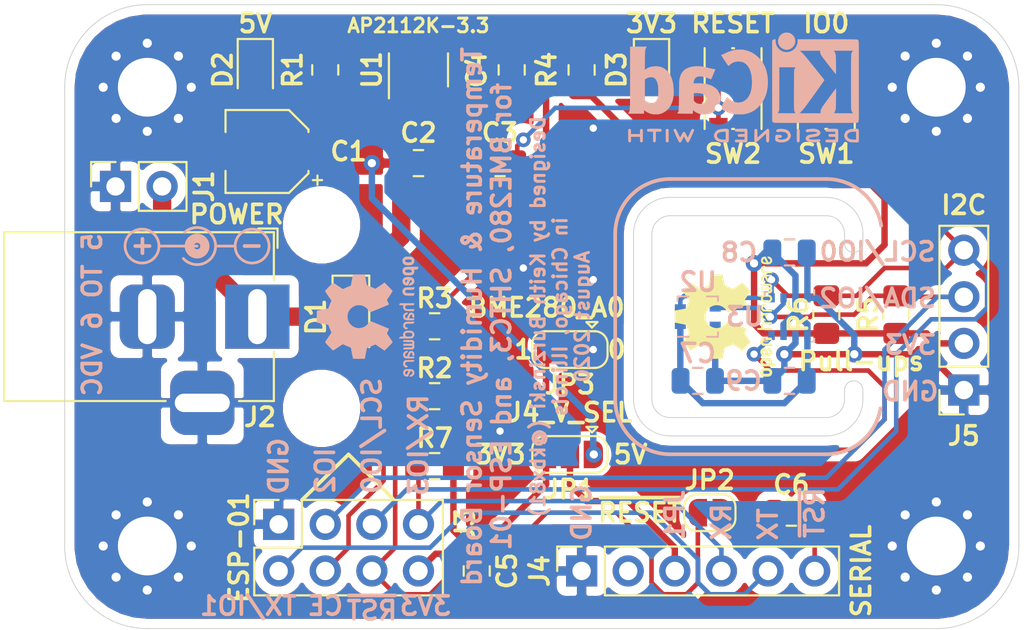
<source format=kicad_pcb>
(kicad_pcb (version 20171130) (host pcbnew "(5.1.6-0-10_14)")
  (layers (0 F.Cu signal) (31 B.Cu signal) (34 B.Paste user) (35 F.Paste user) (36 B.SilkS user) (37 F.SilkS user) (38 B.Mask user) (39 F.Mask user) (44 Edge.Cuts user))
  (net 0 "")
  (net 1 GND)
  (net 2 +5V)
  (net 3 +3V3)
  (net 4 /~ESP_RESET)
  (net 5 "Net-(D1-Pad2)")
  (net 6 "Net-(D2-Pad2)")
  (net 7 "Net-(D3-Pad2)")
  (net 8 /ESP_GPIO3_RX)
  (net 9 /ESP_GPIO0_SCL)
  (net 10 /ESP_CH_EN)
  (net 11 /ESP_GPIO2_SDA)
  (net 12 /ESP_GPIO1_TX)
  (net 13 "Net-(JP3-Pad2)")
  (net 14 "Net-(J4-Pad3)")
  (net 15 "Net-(C6-Pad2)")
  (net 16 "Net-(C6-Pad1)")
  (module Resistor_SMD:R_0805_2012Metric_Pad1.15x1.40mm_HandSolder (layer F.Cu) (at 145.66 80.645)
    (fp_text reference R7 (at 0 -1.524) (layer F.SilkS) (effects (font (thickness 0.2))))
    (fp_text value 10K)
    (pad 2 smd roundrect (at 1.025 0) (size 1.15 1.4) (layers F.Cu F.Paste F.Mask) (roundrect_rratio 0.217391) (net 3 +3V3))
    (pad 1 smd roundrect (at -1.025 0) (size 1.15 1.4) (layers F.Cu F.Paste F.Mask) (roundrect_rratio 0.217391) (net 8 /ESP_GPIO3_RX))
  )
  (module Symbol:KiCad-Logo2_5mm_SilkScreen (layer B.Cu) (at 162.5 60 180)
    (fp_text reference REF** hide)
    (fp_text value KiCad-Logo2_5mm_SilkScreen hide)
  )
  (module Capacitor_SMD:CP_Elec_4x5.8 (layer F.Cu) (at 136.525 63.5 180)
    (fp_text reference C1 (at -4.445 0) (layer F.SilkS) (effects (font (thickness 0.2))))
    (fp_text value "10 uF")
    (pad 2 smd roundrect (at 1.8 0 180) (size 2.6 1.6) (layers F.Cu F.Paste F.Mask) (roundrect_rratio 0.15625) (net 1 GND))
    (pad 1 smd roundrect (at -1.8 0 180) (size 2.6 1.6) (layers F.Cu F.Paste F.Mask) (roundrect_rratio 0.15625) (net 2 +5V))
  )
  (module Capacitor_SMD:C_0805_2012Metric (layer F.Cu) (at 147.955 86.36 270)
    (fp_text reference C5 (at 0 -1.65 90) (layer F.SilkS) (effects (font (thickness 0.2))))
    (fp_text value "10 uF")
    (pad 2 smd roundrect (at 0.9375 0 270) (size 0.975 1.4) (layers F.Cu F.Paste F.Mask) (net 1 GND))
    (pad 1 smd roundrect (at -0.9375 0 270) (size 0.975 1.4) (layers F.Cu F.Paste F.Mask) (net 3 +3V3))
  )
  (module Symbol:OSHW-Logo2_7.3x6mm_SilkScreen (layer B.Cu) (at 142 72.5 270)
    (fp_text reference REF** hide)
    (fp_text value OSHW-Logo2_7.3x6mm_SilkScreen hide)
  )
  (module Symbol:OSHW-Logo2_7.3x6mm_SilkScreen (layer F.Cu) (at 161.5 72.5 90)
    (fp_text reference REF** hide)
    (fp_text value OSHW-Logo2_7.3x6mm_SilkScreen hide)
  )
  (module Symbol:Symbol_Barrel_Polarity (layer B.Cu) (at 132.715 68.58 180)
    (fp_text reference REF** hide)
    (fp_text value Symbol_Barrel_Polarity)
  )
  (module MountingHole:MountingHole_3.2mm_M3 (layer B.Cu) (at 139.5 77.5)
    (fp_text reference H6)
    (fp_text value MountingHole)
    (pad 1 np_thru_hole circle (at 0 0) (size 3.2 3.2) (drill 3.2) (layers *.Cu *.Mask))
  )
  (module MountingHole:MountingHole_3.2mm_M3 (layer B.Cu) (at 139.5 67.5)
    (fp_text reference H5)
    (fp_text value MountingHole)
    (pad 1 np_thru_hole circle (at 0 0) (size 3.2 3.2) (drill 3.2) (layers *.Cu *.Mask))
  )
  (module Button_Switch_SMD:SW_Push_1P1T_NO_CK_KMR2 (layer F.Cu) (at 167.005 60.071 270)
    (fp_text reference SW1 (at 3.556 0 180) (layer F.SilkS) (effects (font (thickness 0.2))))
    (fp_text value IO0 (at -3.556 0 180) (layer F.SilkS) (effects (font (thickness 0.2))))
    (pad 2 smd rect (at 2.05 0.8 270) (size 0.9 1) (layers F.Cu F.Paste F.Mask) (net 1 GND))
    (pad 1 smd rect (at 2.05 -0.8 270) (size 0.9 1) (layers F.Cu F.Paste F.Mask) (net 9 /ESP_GPIO0_SCL))
    (pad 2 smd rect (at -2.05 0.8 270) (size 0.9 1) (layers F.Cu F.Paste F.Mask) (net 1 GND))
    (pad 1 smd rect (at -2.05 -0.8 270) (size 0.9 1) (layers F.Cu F.Paste F.Mask) (net 9 /ESP_GPIO0_SCL))
  )
  (module Connector_PinSocket_2.54mm:PinSocket_1x02_P2.54mm_Vertical (layer F.Cu) (at 128.27 65.405 90)
    (fp_text reference J1 (at 0 4.826 270) (layer F.SilkS) (effects (font (thickness 0.2))))
    (fp_text value POWER (at -1.524 6.604) (layer F.SilkS) (effects (font (thickness 0.2))))
    (pad 2 thru_hole oval (at 0 2.54 90) (size 1.7 1.7) (drill 1) (layers *.Cu *.Mask) (net 5 "Net-(D1-Pad2)"))
    (pad 1 thru_hole rect (at 0 0 90) (size 1.7 1.7) (drill 1) (layers *.Cu *.Mask) (net 1 GND))
  )
  (module MountingHole:MountingHole_3.2mm_M3_Pad_Via (layer F.Cu) (at 173 85)
    (fp_text reference H4)
    (fp_text value MountingHole_Pad)
    (pad 1 thru_hole circle (at 1.697056 -1.697056) (size 0.8 0.8) (drill 0.5) (layers *.Cu *.Mask) (net 1 GND))
    (pad 1 thru_hole circle (at 0 -2.4) (size 0.8 0.8) (drill 0.5) (layers *.Cu *.Mask) (net 1 GND))
    (pad 1 thru_hole circle (at -1.697056 -1.697056) (size 0.8 0.8) (drill 0.5) (layers *.Cu *.Mask) (net 1 GND))
    (pad 1 thru_hole circle (at -2.4 0) (size 0.8 0.8) (drill 0.5) (layers *.Cu *.Mask) (net 1 GND))
    (pad 1 thru_hole circle (at -1.697056 1.697056) (size 0.8 0.8) (drill 0.5) (layers *.Cu *.Mask) (net 1 GND))
    (pad 1 thru_hole circle (at 0 2.4) (size 0.8 0.8) (drill 0.5) (layers *.Cu *.Mask) (net 1 GND))
    (pad 1 thru_hole circle (at 1.697056 1.697056) (size 0.8 0.8) (drill 0.5) (layers *.Cu *.Mask) (net 1 GND))
    (pad 1 thru_hole circle (at 2.4 0) (size 0.8 0.8) (drill 0.5) (layers *.Cu *.Mask) (net 1 GND))
    (pad 1 thru_hole circle (at 0 0) (size 6.4 6.4) (drill 3.2) (layers *.Cu *.Mask) (net 1 GND))
  )
  (module MountingHole:MountingHole_3.2mm_M3_Pad_Via (layer F.Cu) (at 130 85)
    (fp_text reference H3)
    (fp_text value MountingHole_Pad)
    (pad 1 thru_hole circle (at 1.697056 -1.697056) (size 0.8 0.8) (drill 0.5) (layers *.Cu *.Mask) (net 1 GND))
    (pad 1 thru_hole circle (at 0 -2.4) (size 0.8 0.8) (drill 0.5) (layers *.Cu *.Mask) (net 1 GND))
    (pad 1 thru_hole circle (at -1.697056 -1.697056) (size 0.8 0.8) (drill 0.5) (layers *.Cu *.Mask) (net 1 GND))
    (pad 1 thru_hole circle (at -2.4 0) (size 0.8 0.8) (drill 0.5) (layers *.Cu *.Mask) (net 1 GND))
    (pad 1 thru_hole circle (at -1.697056 1.697056) (size 0.8 0.8) (drill 0.5) (layers *.Cu *.Mask) (net 1 GND))
    (pad 1 thru_hole circle (at 0 2.4) (size 0.8 0.8) (drill 0.5) (layers *.Cu *.Mask) (net 1 GND))
    (pad 1 thru_hole circle (at 1.697056 1.697056) (size 0.8 0.8) (drill 0.5) (layers *.Cu *.Mask) (net 1 GND))
    (pad 1 thru_hole circle (at 2.4 0) (size 0.8 0.8) (drill 0.5) (layers *.Cu *.Mask) (net 1 GND))
    (pad 1 thru_hole circle (at 0 0) (size 6.4 6.4) (drill 3.2) (layers *.Cu *.Mask) (net 1 GND))
  )
  (module MountingHole:MountingHole_3.2mm_M3_Pad_Via (layer F.Cu) (at 173 60)
    (fp_text reference H2)
    (fp_text value MountingHole_Pad)
    (pad 1 thru_hole circle (at 1.697056 -1.697056) (size 0.8 0.8) (drill 0.5) (layers *.Cu *.Mask) (net 1 GND))
    (pad 1 thru_hole circle (at 0 -2.4) (size 0.8 0.8) (drill 0.5) (layers *.Cu *.Mask) (net 1 GND))
    (pad 1 thru_hole circle (at -1.697056 -1.697056) (size 0.8 0.8) (drill 0.5) (layers *.Cu *.Mask) (net 1 GND))
    (pad 1 thru_hole circle (at -2.4 0) (size 0.8 0.8) (drill 0.5) (layers *.Cu *.Mask) (net 1 GND))
    (pad 1 thru_hole circle (at -1.697056 1.697056) (size 0.8 0.8) (drill 0.5) (layers *.Cu *.Mask) (net 1 GND))
    (pad 1 thru_hole circle (at 0 2.4) (size 0.8 0.8) (drill 0.5) (layers *.Cu *.Mask) (net 1 GND))
    (pad 1 thru_hole circle (at 1.697056 1.697056) (size 0.8 0.8) (drill 0.5) (layers *.Cu *.Mask) (net 1 GND))
    (pad 1 thru_hole circle (at 2.4 0) (size 0.8 0.8) (drill 0.5) (layers *.Cu *.Mask) (net 1 GND))
    (pad 1 thru_hole circle (at 0 0) (size 6.4 6.4) (drill 3.2) (layers *.Cu *.Mask) (net 1 GND))
  )
  (module MountingHole:MountingHole_3.2mm_M3_Pad_Via (layer F.Cu) (at 130 60)
    (fp_text reference H1)
    (fp_text value MountingHole_Pad)
    (pad 1 thru_hole circle (at 1.697056 -1.697056) (size 0.8 0.8) (drill 0.5) (layers *.Cu *.Mask) (net 1 GND))
    (pad 1 thru_hole circle (at 0 -2.4) (size 0.8 0.8) (drill 0.5) (layers *.Cu *.Mask) (net 1 GND))
    (pad 1 thru_hole circle (at -1.697056 -1.697056) (size 0.8 0.8) (drill 0.5) (layers *.Cu *.Mask) (net 1 GND))
    (pad 1 thru_hole circle (at -2.4 0) (size 0.8 0.8) (drill 0.5) (layers *.Cu *.Mask) (net 1 GND))
    (pad 1 thru_hole circle (at -1.697056 1.697056) (size 0.8 0.8) (drill 0.5) (layers *.Cu *.Mask) (net 1 GND))
    (pad 1 thru_hole circle (at 0 2.4) (size 0.8 0.8) (drill 0.5) (layers *.Cu *.Mask) (net 1 GND))
    (pad 1 thru_hole circle (at 1.697056 1.697056) (size 0.8 0.8) (drill 0.5) (layers *.Cu *.Mask) (net 1 GND))
    (pad 1 thru_hole circle (at 2.4 0) (size 0.8 0.8) (drill 0.5) (layers *.Cu *.Mask) (net 1 GND))
    (pad 1 thru_hole circle (at 0 0) (size 6.4 6.4) (drill 3.2) (layers *.Cu *.Mask) (net 1 GND))
  )
  (module Package_DFN_QFN:AMS_QFN-4-1EP_2x2mm_P0.95mm_EP0.7x1.6mm (layer B.Cu) (at 160 72.5)
    (fp_text reference U2 (at 0.02 -1.888 180) (layer B.SilkS) (effects (font (thickness 0.2)) (justify mirror)))
    (fp_text value SHTC3)
    (pad 5 smd rect (at 0 0) (size 0.7 1.6) (layers B.Cu B.Mask))
    (pad 4 smd rect (at 0.95 0.475) (size 0.6 0.4) (layers B.Cu B.Paste B.Mask) (net 1 GND))
    (pad 2 smd rect (at -0.95 -0.475) (size 0.6 0.4) (layers B.Cu B.Paste B.Mask) (net 9 /ESP_GPIO0_SCL))
    (pad 1 smd rect (at -0.95 0.475) (size 0.6 0.4) (layers B.Cu B.Paste B.Mask) (net 3 +3V3))
    (pad 3 smd rect (at 0.95 -0.475) (size 0.6 0.4) (layers B.Cu B.Paste B.Mask) (net 11 /ESP_GPIO2_SDA))
  )
  (module Capacitor_SMD:C_0805_2012Metric (layer B.Cu) (at 160 76)
    (fp_text reference C7 (at 0 -1.5) (layer B.SilkS) (effects (font (thickness 0.2)) (justify mirror)))
    (fp_text value "100 nF")
    (pad 1 smd roundrect (at -0.9375 0) (size 0.975 1.4) (layers B.Cu B.Paste B.Mask) (net 3 +3V3))
    (pad 2 smd roundrect (at 0.9375 0) (size 0.975 1.4) (layers B.Cu B.Paste B.Mask) (net 1 GND))
  )
  (module LED_SMD:LED_0805_2012Metric (layer F.Cu) (at 157.48 59.055 270)
    (fp_text reference D3 (at 0 1.905 90) (layer F.SilkS) (effects (font (thickness 0.2))))
    (fp_text value 3V3 (at -2.54 0 180) (layer F.SilkS) (effects (font (thickness 0.2))))
    (pad 2 smd roundrect (at 0.9375 0 270) (size 0.975 1.4) (layers F.Cu F.Paste F.Mask) (net 7 "Net-(D3-Pad2)"))
    (pad 1 smd roundrect (at -0.9375 0 270) (size 0.975 1.4) (layers F.Cu F.Paste F.Mask) (net 1 GND))
  )
  (module LED_SMD:LED_0805_2012Metric (layer F.Cu) (at 135.89 59.055 270)
    (fp_text reference D2 (at 0 1.778 90) (layer F.SilkS) (effects (font (thickness 0.2))))
    (fp_text value 5V (at -2.54 0 180) (layer F.SilkS) (effects (font (thickness 0.2))))
    (pad 2 smd roundrect (at 0.9375 0 270) (size 0.975 1.4) (layers F.Cu F.Paste F.Mask) (net 6 "Net-(D2-Pad2)"))
    (pad 1 smd roundrect (at -0.9375 0 270) (size 0.975 1.4) (layers F.Cu F.Paste F.Mask) (net 1 GND))
  )
  (module Package_LGA:Bosch_LGA-8_2.5x2.5mm_P0.65mm_ClockwisePinNumbering (layer B.Cu) (at 165 72.5 180)
    (fp_text reference U3 (at 2.44 0.0018 180) (layer B.SilkS) (effects (font (thickness 0.2)) (justify mirror)))
    (fp_text value BME280)
    (pad 4 smd rect (at 0.975 1.025 90) (size 0.5 0.35) (layers B.Cu B.Paste B.Mask) (net 9 /ESP_GPIO0_SCL))
    (pad 3 smd rect (at 0.325 1.025 90) (size 0.5 0.35) (layers B.Cu B.Paste B.Mask) (net 11 /ESP_GPIO2_SDA))
    (pad 2 smd rect (at -0.325 1.025 90) (size 0.5 0.35) (layers B.Cu B.Paste B.Mask) (net 3 +3V3))
    (pad 1 smd rect (at -0.975 1.025 90) (size 0.5 0.35) (layers B.Cu B.Paste B.Mask) (net 1 GND))
    (pad 8 smd rect (at -0.975 -1.025 90) (size 0.5 0.35) (layers B.Cu B.Paste B.Mask) (net 3 +3V3))
    (pad 7 smd rect (at -0.325 -1.025 90) (size 0.5 0.35) (layers B.Cu B.Paste B.Mask) (net 1 GND))
    (pad 6 smd rect (at 0.325 -1.025 90) (size 0.5 0.35) (layers B.Cu B.Paste B.Mask) (net 3 +3V3))
    (pad 5 smd rect (at 0.975 -1.025 90) (size 0.5 0.35) (layers B.Cu B.Paste B.Mask) (net 13 "Net-(JP3-Pad2)"))
  )
  (module Package_TO_SOT_SMD:SOT-23-5 (layer F.Cu) (at 144.78 59.055 90)
    (fp_text reference U1 (at 0 -2.54 90) (layer F.SilkS) (effects (font (thickness 0.2))))
    (fp_text value AP2112K-3.3 (at 2.413 0 180) (layer F.SilkS) (effects (font (size 0.75 0.75) (thickness 0.16))))
    (pad 5 smd rect (at 1.1 -0.95 90) (size 1.06 0.65) (layers F.Cu F.Paste F.Mask) (net 3 +3V3))
    (pad 4 smd rect (at 1.1 0.95 90) (size 1.06 0.65) (layers F.Cu F.Paste F.Mask))
    (pad 3 smd rect (at -1.1 0.95 90) (size 1.06 0.65) (layers F.Cu F.Paste F.Mask) (net 2 +5V))
    (pad 2 smd rect (at -1.1 0 90) (size 1.06 0.65) (layers F.Cu F.Paste F.Mask) (net 1 GND))
    (pad 1 smd rect (at -1.1 -0.95 90) (size 1.06 0.65) (layers F.Cu F.Paste F.Mask) (net 2 +5V))
  )
  (module Button_Switch_SMD:SW_Push_1P1T_NO_CK_KMR2 (layer F.Cu) (at 161.925 60.071 90)
    (fp_text reference SW2 (at -3.556 0 180) (layer F.SilkS) (effects (font (thickness 0.2))))
    (fp_text value RESET (at 3.556 0) (layer F.SilkS) (effects (font (thickness 0.2))))
    (pad 2 smd rect (at 2.05 0.8 90) (size 0.9 1) (layers F.Cu F.Paste F.Mask) (net 1 GND))
    (pad 1 smd rect (at 2.05 -0.8 90) (size 0.9 1) (layers F.Cu F.Paste F.Mask) (net 4 /~ESP_RESET))
    (pad 2 smd rect (at -2.05 0.8 90) (size 0.9 1) (layers F.Cu F.Paste F.Mask) (net 1 GND))
    (pad 1 smd rect (at -2.05 -0.8 90) (size 0.9 1) (layers F.Cu F.Paste F.Mask) (net 4 /~ESP_RESET))
  )
  (module Resistor_SMD:R_0805_2012Metric_Pad1.15x1.40mm_HandSolder (layer F.Cu) (at 167.005 72.39 90)
    (fp_text reference R6 (at 0 -1.524 90) (layer F.SilkS) (effects (font (thickness 0.2))))
    (fp_text value 3K3)
    (pad 2 smd roundrect (at 1.025 0 90) (size 1.15 1.4) (layers F.Cu F.Paste F.Mask) (roundrect_rratio 0.217391) (net 9 /ESP_GPIO0_SCL))
    (pad 1 smd roundrect (at -1.025 0 90) (size 1.15 1.4) (layers F.Cu F.Paste F.Mask) (roundrect_rratio 0.217391) (net 3 +3V3))
  )
  (module Resistor_SMD:R_0805_2012Metric_Pad1.15x1.40mm_HandSolder (layer F.Cu) (at 170.815 72.39 90)
    (fp_text reference R5 (at 0 -1.524 90) (layer F.SilkS) (effects (font (thickness 0.2))))
    (fp_text value 3K3)
    (pad 2 smd roundrect (at 1.025 0 90) (size 1.15 1.4) (layers F.Cu F.Paste F.Mask) (roundrect_rratio 0.217391) (net 11 /ESP_GPIO2_SDA))
    (pad 1 smd roundrect (at -1.025 0 90) (size 1.15 1.4) (layers F.Cu F.Paste F.Mask) (roundrect_rratio 0.217391) (net 3 +3V3))
  )
  (module Resistor_SMD:R_0805_2012Metric_Pad1.15x1.40mm_HandSolder (layer F.Cu) (at 145.66 73.025)
    (fp_text reference R3 (at 0 -1.524) (layer F.SilkS) (effects (font (thickness 0.2))))
    (fp_text value 10K)
    (pad 1 smd roundrect (at -1.025 0) (size 1.15 1.4) (layers F.Cu F.Paste F.Mask) (roundrect_rratio 0.217391) (net 10 /ESP_CH_EN))
    (pad 2 smd roundrect (at 1.025 0) (size 1.15 1.4) (layers F.Cu F.Paste F.Mask) (roundrect_rratio 0.217391) (net 3 +3V3))
  )
  (module Resistor_SMD:R_0805_2012Metric_Pad1.15x1.40mm_HandSolder (layer F.Cu) (at 145.66 76.835)
    (fp_text reference R2 (at 0 -1.524) (layer F.SilkS) (effects (font (thickness 0.2))))
    (fp_text value 10K)
    (pad 2 smd roundrect (at 1.025 0) (size 1.15 1.4) (layers F.Cu F.Paste F.Mask) (roundrect_rratio 0.217391) (net 3 +3V3))
    (pad 1 smd roundrect (at -1.025 0) (size 1.15 1.4) (layers F.Cu F.Paste F.Mask) (roundrect_rratio 0.217391) (net 4 /~ESP_RESET))
  )
  (module Resistor_SMD:R_0805_2012Metric_Pad1.15x1.40mm_HandSolder (layer F.Cu) (at 153.67 59.055 90)
    (fp_text reference R4 (at 0 -1.905 90) (layer F.SilkS) (effects (font (thickness 0.2))))
    (fp_text value 1K6)
    (pad 2 smd roundrect (at 1.025 0 90) (size 1.15 1.4) (layers F.Cu F.Paste F.Mask) (roundrect_rratio 0.217391) (net 7 "Net-(D3-Pad2)"))
    (pad 1 smd roundrect (at -1.025 0 90) (size 1.15 1.4) (layers F.Cu F.Paste F.Mask) (roundrect_rratio 0.217391) (net 3 +3V3))
  )
  (module Resistor_SMD:R_0805_2012Metric_Pad1.15x1.40mm_HandSolder (layer F.Cu) (at 139.7 59.055 90)
    (fp_text reference R1 (at 0 -1.778 90) (layer F.SilkS) (effects (font (thickness 0.2))))
    (fp_text value 8K2)
    (pad 2 smd roundrect (at 1.025 0 90) (size 1.15 1.4) (layers F.Cu F.Paste F.Mask) (roundrect_rratio 0.217391) (net 6 "Net-(D2-Pad2)"))
    (pad 1 smd roundrect (at -1.025 0 90) (size 1.15 1.4) (layers F.Cu F.Paste F.Mask) (roundrect_rratio 0.217391) (net 2 +5V))
  )
  (module Jumper:SolderJumper-3_P1.3mm_Bridged12_RoundedPad1.0x1.5mm (layer F.Cu) (at 153.035 74.295 180)
    (fp_text reference JP3 (at 0 -1.905) (layer F.SilkS) (effects (font (thickness 0.2))))
    (fp_text value BME280_A0 (at 1.27 2.286) (layer F.SilkS) (effects (font (thickness 0.2))))
    (fp_poly (pts (xy -0.9 -0.3) (xy -0.4 -0.3) (xy -0.4 0.3) (xy -0.9 0.3)) (layer F.Cu) (width 0))
    (fp_text user 0 (at -2.54 0) (layer F.SilkS) (effects (font (thickness 0.2))))
    (fp_text user 1 (at 2.54 0) (layer F.SilkS) (effects (font (thickness 0.2))))
    (pad 3 smd custom (at 1.3 0 180) (size 1 0.5) (layers F.Cu F.Mask) (net 3 +3V3) (options (clearance outline) (anchor rect)) (primitives (gr_circle (center 0 0.25) (end 0.5 0.25) (width 0)) (gr_circle (center 0 -0.25) (end 0.5 -0.25) (width 0)) (gr_poly (pts (xy -0.55 -0.75) (xy 0 -0.75) (xy 0 0.75) (xy -0.55 0.75)) (width 0))))
    (pad 2 smd rect (at 0 0 180) (size 1 1.5) (layers F.Cu F.Mask) (net 13 "Net-(JP3-Pad2)"))
    (pad 1 smd custom (at -1.3 0 180) (size 1 0.5) (layers F.Cu F.Mask) (net 1 GND) (options (clearance outline) (anchor rect)) (primitives (gr_circle (center 0 0.25) (end 0.5 0.25) (width 0)) (gr_circle (center 0 -0.25) (end 0.5 -0.25) (width 0)) (gr_poly (pts (xy 0.55 -0.75) (xy 0 -0.75) (xy 0 0.75) (xy 0.55 0.75)) (width 0))))
  )
  (module Jumper:SolderJumper-2_P1.3mm_Open_RoundedPad1.0x1.5mm (layer F.Cu) (at 160.655 83.185 180)
    (fp_text reference JP2 (at 0 1.778) (layer F.SilkS) (effects (font (thickness 0.2))))
    (fp_text value ~RESET (at 3.81 0) (layer F.SilkS) (effects (font (thickness 0.2))))
    (pad 1 smd custom (at -0.65 0 180) (size 1 0.5) (layers F.Cu F.Mask) (net 16 "Net-(C6-Pad1)") (options (clearance outline) (anchor rect)) (primitives (gr_circle (center 0 0.25) (end 0.5 0.25) (width 0)) (gr_circle (center 0 -0.25) (end 0.5 -0.25) (width 0)) (gr_poly (pts (xy 0 -0.75) (xy 0.5 -0.75) (xy 0.5 0.75) (xy 0 0.75)) (width 0))))
    (pad 2 smd custom (at 0.65 0 180) (size 1 0.5) (layers F.Cu F.Mask) (net 4 /~ESP_RESET) (options (clearance outline) (anchor rect)) (primitives (gr_circle (center 0 0.25) (end 0.5 0.25) (width 0)) (gr_circle (center 0 -0.25) (end 0.5 -0.25) (width 0)) (gr_poly (pts (xy 0 -0.75) (xy -0.5 -0.75) (xy -0.5 0.75) (xy 0 0.75)) (width 0))))
  )
  (module Jumper:SolderJumper-3_P1.3mm_Open_RoundedPad1.0x1.5mm (layer F.Cu) (at 153.035 80.01 180)
    (fp_text reference JP1 (at 0 -1.905) (layer F.SilkS) (effects (font (thickness 0.2))))
    (fp_text value J4_V_SEL (at 0 2.286) (layer F.SilkS) (effects (font (thickness 0.2))))
    (fp_text user 3V3 (at 3.81 0) (layer F.SilkS) (effects (font (thickness 0.2))))
    (fp_text user 5V (at -3.302 0) (layer F.SilkS) (effects (font (thickness 0.2))))
    (pad 2 smd rect (at 0 0 180) (size 1 1.5) (layers F.Cu F.Mask) (net 14 "Net-(J4-Pad3)"))
    (pad 3 smd custom (at 1.3 0 180) (size 1 0.5) (layers F.Cu F.Mask) (net 3 +3V3) (options (clearance outline) (anchor rect)) (primitives (gr_circle (center 0 0.25) (end 0.5 0.25) (width 0)) (gr_circle (center 0 -0.25) (end 0.5 -0.25) (width 0)) (gr_poly (pts (xy -0.55 -0.75) (xy 0 -0.75) (xy 0 0.75) (xy -0.55 0.75)) (width 0))))
    (pad 1 smd custom (at -1.3 0 180) (size 1 0.5) (layers F.Cu F.Mask) (net 2 +5V) (options (clearance outline) (anchor rect)) (primitives (gr_circle (center 0 0.25) (end 0.5 0.25) (width 0)) (gr_circle (center 0 -0.25) (end 0.5 -0.25) (width 0)) (gr_poly (pts (xy 0.55 -0.75) (xy 0 -0.75) (xy 0 0.75) (xy 0.55 0.75)) (width 0))))
  )
  (module Connector_PinSocket_2.54mm:PinSocket_1x04_P2.54mm_Vertical (layer F.Cu) (at 174.5 76.5 180)
    (fp_text reference J5 (at 0.002 -2.494) (layer F.SilkS) (effects (font (thickness 0.2))))
    (fp_text value I2C (at 0 10.079) (layer F.SilkS) (effects (font (thickness 0.2))))
    (fp_text user GND (at 2.923 -0.081 180) (layer B.SilkS) (effects (font (thickness 0.2)) (justify mirror)))
    (fp_text user 3V3 (at 2.923 2.459 180) (layer B.SilkS) (effects (font (thickness 0.2)) (justify mirror)))
    (fp_text user SDA/IO2 (at 4.701 4.999 180) (layer B.SilkS) (effects (font (thickness 0.2)) (justify mirror)))
    (fp_text user SCL/IO0 (at 4.701 7.539 180) (layer B.SilkS) (effects (font (thickness 0.2)) (justify mirror)))
    (pad 1 thru_hole rect (at 0 0 180) (size 1.7 1.7) (drill 1) (layers *.Cu *.Mask) (net 1 GND))
    (pad 2 thru_hole oval (at 0 2.54 180) (size 1.7 1.7) (drill 1) (layers *.Cu *.Mask) (net 3 +3V3))
    (pad 3 thru_hole oval (at 0 5.08 180) (size 1.7 1.7) (drill 1) (layers *.Cu *.Mask) (net 11 /ESP_GPIO2_SDA))
    (pad 4 thru_hole oval (at 0 7.62 180) (size 1.7 1.7) (drill 1) (layers *.Cu *.Mask) (net 9 /ESP_GPIO0_SCL))
  )
  (module Connector_PinSocket_2.54mm:PinSocket_1x06_P2.54mm_Vertical (layer F.Cu) (at 153.67 86.36 90)
    (fp_text reference J4 (at 0 -2.286 90) (layer F.SilkS) (effects (font (thickness 0.2))))
    (fp_text value SERIAL (at 0 15.24 90) (layer F.SilkS) (effects (font (thickness 0.2))))
    (fp_text user GND (at 3.175 0 90) (layer B.SilkS) (effects (font (thickness 0.2)) (justify mirror)))
    (fp_text user JP1 (at 3.048 5.08 90) (layer B.SilkS) (effects (font (thickness 0.2)) (justify mirror)))
    (fp_text user TX (at 2.54 10.16 90) (layer B.SilkS) (effects (font (thickness 0.2)) (justify mirror)))
    (fp_text user RX (at 2.667 7.62 90) (layer B.SilkS) (effects (font (thickness 0.2)) (justify mirror)))
    (fp_text user ~RST (at 3.175 12.7 90) (layer B.SilkS) (effects (font (thickness 0.2)) (justify mirror)))
    (pad 6 thru_hole oval (at 0 12.7 90) (size 1.7 1.7) (drill 1) (layers *.Cu *.Mask) (net 15 "Net-(C6-Pad2)"))
    (pad 5 thru_hole oval (at 0 10.16 90) (size 1.7 1.7) (drill 1) (layers *.Cu *.Mask) (net 12 /ESP_GPIO1_TX))
    (pad 4 thru_hole oval (at 0 7.62 90) (size 1.7 1.7) (drill 1) (layers *.Cu *.Mask) (net 8 /ESP_GPIO3_RX))
    (pad 3 thru_hole oval (at 0 5.08 90) (size 1.7 1.7) (drill 1) (layers *.Cu *.Mask) (net 14 "Net-(J4-Pad3)"))
    (pad 2 thru_hole oval (at 0 2.54 90) (size 1.7 1.7) (drill 1) (layers *.Cu *.Mask))
    (pad 1 thru_hole rect (at 0 0 90) (size 1.7 1.7) (drill 1) (layers *.Cu *.Mask) (net 1 GND))
  )
  (module Connector_PinSocket_2.54mm:PinSocket_2x04_P2.54mm_Vertical (layer F.Cu) (at 137.16 83.82 90)
    (fp_text reference J3 (at 0 10.16 90) (layer F.SilkS) (effects (font (thickness 0.2))))
    (fp_text value ESP-01 (at -1.27 -2.159 90) (layer F.SilkS) (effects (font (thickness 0.2))))
    (fp_text user GND (at 3.175 0 90) (layer B.SilkS) (effects (font (thickness 0.2)) (justify mirror)))
    (fp_text user 3V3 (at -4.445 8.001 180) (layer B.SilkS) (effects (font (thickness 0.2)) (justify mirror)))
    (fp_text user SCL/IO0 (at 4.826 5.08 90) (layer B.SilkS) (effects (font (thickness 0.2)) (justify mirror)))
    (fp_text user TX/IO1 (at -4.445 -1.651 180) (layer B.SilkS) (effects (font (thickness 0.2)) (justify mirror)))
    (fp_text user IO2 (at 2.921 2.54 90) (layer B.SilkS) (effects (font (thickness 0.2)) (justify mirror)))
    (fp_text user RX/IO3 (at 4.318 7.62 90) (layer B.SilkS) (effects (font (thickness 0.2)) (justify mirror)))
    (fp_text user CE (at -4.445 2.54 180) (layer B.SilkS) (effects (font (thickness 0.2)) (justify mirror)))
    (fp_text user ~RST (at -4.699 5.08 180) (layer B.SilkS) (effects (font (thickness 0.2)) (justify mirror)))
    (pad 8 thru_hole oval (at -2.54 7.62 90) (size 1.7 1.7) (drill 1) (layers *.Cu *.Mask) (net 3 +3V3))
    (pad 7 thru_hole oval (at 0 7.62 90) (size 1.7 1.7) (drill 1) (layers *.Cu *.Mask) (net 8 /ESP_GPIO3_RX))
    (pad 6 thru_hole oval (at -2.54 5.08 90) (size 1.7 1.7) (drill 1) (layers *.Cu *.Mask) (net 4 /~ESP_RESET))
    (pad 5 thru_hole oval (at 0 5.08 90) (size 1.7 1.7) (drill 1) (layers *.Cu *.Mask) (net 9 /ESP_GPIO0_SCL))
    (pad 4 thru_hole oval (at -2.54 2.54 90) (size 1.7 1.7) (drill 1) (layers *.Cu *.Mask) (net 10 /ESP_CH_EN))
    (pad 3 thru_hole oval (at 0 2.54 90) (size 1.7 1.7) (drill 1) (layers *.Cu *.Mask) (net 11 /ESP_GPIO2_SDA))
    (pad 2 thru_hole oval (at -2.54 0 90) (size 1.7 1.7) (drill 1) (layers *.Cu *.Mask) (net 12 /ESP_GPIO1_TX))
    (pad 1 thru_hole rect (at 0 0 90) (size 1.7 1.7) (drill 1) (layers *.Cu *.Mask) (net 1 GND))
  )
  (module Connector_BarrelJack:BarrelJack_Horizontal (layer F.Cu) (at 136 72.5)
    (fp_text reference J2 (at 0.144 5.478 180) (layer F.SilkS) (effects (font (thickness 0.2))))
    (fp_text value "5 TO 6 VDC" (at -9 -0.11 -90) (layer B.SilkS) (effects (font (thickness 0.2)) (justify mirror)))
    (fp_text user "-      +" (at -3.285 -3.92 180) (layer B.SilkS) (effects (font (size 1.025 1.025) (thickness 0.2)) (justify mirror)))
    (pad 3 thru_hole roundrect (at -3 4.7) (size 3.5 3.5) (drill oval 3 1) (layers *.Cu *.Mask) (net 1 GND))
    (pad 2 thru_hole roundrect (at -6 0) (size 3 3.5) (drill oval 1 3) (layers *.Cu *.Mask) (net 1 GND))
    (pad 1 thru_hole rect (at 0 0) (size 3.5 3.5) (drill oval 1 3) (layers *.Cu *.Mask) (net 5 "Net-(D1-Pad2)"))
  )
  (module Diode_SMD:D_SOD-123 (layer F.Cu) (at 141.097 72.517 270)
    (fp_text reference D1 (at 0 1.905 90) (layer F.SilkS) (effects (font (thickness 0.2))))
    (fp_text value MBR120)
    (pad 1 smd rect (at -1.65 0 270) (size 0.9 1.2) (layers F.Cu F.Paste F.Mask) (net 2 +5V))
    (pad 2 smd rect (at 1.65 0 270) (size 0.9 1.2) (layers F.Cu F.Paste F.Mask) (net 5 "Net-(D1-Pad2)"))
  )
  (module Capacitor_SMD:C_0805_2012Metric (layer B.Cu) (at 165 76 180)
    (fp_text reference C9 (at 2.5 0) (layer B.SilkS) (effects (font (thickness 0.2)) (justify mirror)))
    (fp_text value "100 nF")
    (pad 1 smd roundrect (at -0.9375 0 180) (size 0.975 1.4) (layers B.Cu B.Paste B.Mask) (net 3 +3V3))
    (pad 2 smd roundrect (at 0.9375 0 180) (size 0.975 1.4) (layers B.Cu B.Paste B.Mask) (net 1 GND))
  )
  (module Capacitor_SMD:C_0805_2012Metric (layer B.Cu) (at 165 69)
    (fp_text reference C8 (at -2.75 0) (layer B.SilkS) (effects (font (thickness 0.2)) (justify mirror)))
    (fp_text value "100 nF")
    (pad 1 smd roundrect (at -0.9375 0) (size 0.975 1.4) (layers B.Cu B.Paste B.Mask) (net 3 +3V3))
    (pad 2 smd roundrect (at 0.9375 0) (size 0.975 1.4) (layers B.Cu B.Paste B.Mask) (net 1 GND))
  )
  (module Capacitor_SMD:C_0805_2012Metric (layer F.Cu) (at 165.1 83.185)
    (fp_text reference C6 (at 0 -1.524) (layer F.SilkS) (effects (font (thickness 0.2))))
    (fp_text value "100 nF")
    (pad 2 smd roundrect (at 0.9375 0) (size 0.975 1.4) (layers F.Cu F.Paste F.Mask) (net 15 "Net-(C6-Pad2)"))
    (pad 1 smd roundrect (at -0.9375 0) (size 0.975 1.4) (layers F.Cu F.Paste F.Mask) (net 16 "Net-(C6-Pad1)"))
  )
  (module Capacitor_SMD:C_0805_2012Metric (layer F.Cu) (at 149.225 64.135 180)
    (fp_text reference C3 (at 0.009 1.651) (layer F.SilkS) (effects (font (thickness 0.2))))
    (fp_text value "100 nF")
    (pad 2 smd roundrect (at 0.9375 0 180) (size 0.975 1.4) (layers F.Cu F.Paste F.Mask) (net 1 GND))
    (pad 1 smd roundrect (at -0.9375 0 180) (size 0.975 1.4) (layers F.Cu F.Paste F.Mask) (net 4 /~ESP_RESET))
  )
  (module Capacitor_SMD:C_0805_2012Metric (layer F.Cu) (at 149.86 59.055 270)
    (fp_text reference C4 (at 0 1.905 90) (layer F.SilkS) (effects (font (thickness 0.2))))
    (fp_text value "1 uF")
    (pad 2 smd roundrect (at 0.9375 0 270) (size 0.975 1.4) (layers F.Cu F.Paste F.Mask) (net 1 GND))
    (pad 1 smd roundrect (at -0.9375 0 270) (size 0.975 1.4) (layers F.Cu F.Paste F.Mask) (net 3 +3V3))
  )
  (module Capacitor_SMD:C_0805_2012Metric (layer F.Cu) (at 144.78 64.135)
    (fp_text reference C2 (at 0 -1.651) (layer F.SilkS) (effects (font (thickness 0.2))))
    (fp_text value "1 uF")
    (pad 2 smd roundrect (at 0.9375 0) (size 0.975 1.4) (layers F.Cu F.Paste F.Mask) (net 1 GND))
    (pad 1 smd roundrect (at -0.9375 0) (size 0.975 1.4) (layers F.Cu F.Paste F.Mask) (net 2 +5V))
  )
  (gr_text "Designed by Keith Burzinski (@kbx81)\nin Chicago, Illinois\nAugust 2020" (at 152.5 72.5 90) (layer B.SilkS) (effects (font (size 0.75 0.75) (thickness 0.16)) (justify mirror)))
  (gr_arc (start 167 68.041381) (end 170 67.541381) (angle -80.53767779) (layer B.SilkS) (width 0.2))
  (gr_line (start 158.5 80) (end 167 80) (layer B.SilkS) (width 0.2))
  (gr_line (start 155.5 68) (end 155.5 77) (layer B.SilkS) (width 0.2))
  (gr_line (start 167 65) (end 158.5 65) (layer B.SilkS) (width 0.2))
  (gr_arc (start 167 77) (end 167 80) (angle -80.53767779) (layer B.SilkS) (width 0.2))
  (gr_arc (start 158.5 77) (end 155.5 77) (angle -90) (layer B.SilkS) (width 0.2))
  (gr_arc (start 158.5 68) (end 158.5 65) (angle -90) (layer B.SilkS) (width 0.2))
  (gr_text "Temperature & Humidity Sensor Board\nfor BME280, SHTC3, and ESP-01" (at 148.5 72.5 90) (layer B.SilkS) (effects (font (size 1 1) (thickness 0.2)) (justify mirror)))
  (gr_line (start 169 76.5) (end 169 77) (layer Edge.Cuts) (width 0.05))
  (gr_line (start 168 77) (end 168 76.5) (layer Edge.Cuts) (width 0.05))
  (gr_arc (start 167 77) (end 167 79) (angle -90) (layer Edge.Cuts) (width 0.05))
  (gr_arc (start 167 77) (end 167 78) (angle -90) (layer Edge.Cuts) (width 0.05))
  (gr_arc (start 167 68) (end 169 68) (angle -90) (layer Edge.Cuts) (width 0.05))
  (gr_arc (start 167 68) (end 168 68) (angle -90) (layer Edge.Cuts) (width 0.05))
  (gr_line (start 169 68.5) (end 169 68) (layer Edge.Cuts) (width 0.05))
  (gr_line (start 168 68.5) (end 168 68) (layer Edge.Cuts) (width 0.05))
  (gr_arc (start 168.5 68.5) (end 168 68.5) (angle -180) (layer Edge.Cuts) (width 0.05))
  (gr_line (start 156.5 77) (end 156.5 68) (layer Edge.Cuts) (width 0.05))
  (gr_arc (start 158.5 77) (end 156.5 77) (angle -90) (layer Edge.Cuts) (width 0.05))
  (gr_arc (start 158.5 68) (end 158.5 66) (angle -90) (layer Edge.Cuts) (width 0.05))
  (gr_arc (start 158.5 68) (end 158.5 67) (angle -90) (layer Edge.Cuts) (width 0.05))
  (gr_arc (start 158.5 77) (end 157.5 77) (angle -90) (layer Edge.Cuts) (width 0.05))
  (gr_line (start 167 79) (end 158.5 79) (layer Edge.Cuts) (width 0.05))
  (gr_line (start 158.5 66) (end 167 66) (layer Edge.Cuts) (width 0.05))
  (gr_arc (start 168.5 76.5) (end 169 76.5) (angle -180) (layer Edge.Cuts) (width 0.05))
  (gr_line (start 158.5 67) (end 167 67) (layer Edge.Cuts) (width 0.05))
  (gr_line (start 157.5 77) (end 157.5 68) (layer Edge.Cuts) (width 0.05))
  (gr_line (start 167 78) (end 158.5 78) (layer Edge.Cuts) (width 0.05))
  (gr_text Pull-ups (at 168.91 74.93) (layer F.SilkS) (effects (font (size 1 1) (thickness 0.2))))
  (gr_line (start 140.97 80.01) (end 143.383 82.423) (layer F.SilkS) (width 0.2))
  (gr_line (start 138.43 82.49) (end 140.97 80.01) (layer F.SilkS) (width 0.2))
  (gr_line (start 130 89.5) (end 173 89.5) (layer Edge.Cuts) (width 0.05))
  (gr_line (start 173 55.5) (end 130 55.5) (layer Edge.Cuts) (width 0.05))
  (gr_line (start 177.5 85) (end 177.5 60) (layer Edge.Cuts) (width 0.05))
  (gr_arc (start 173 85) (end 173 89.5) (angle -90) (layer Edge.Cuts) (width 0.05))
  (gr_arc (start 173 60) (end 177.5 60) (angle -90) (layer Edge.Cuts) (width 0.05))
  (gr_line (start 125.5 60) (end 125.5 85) (layer Edge.Cuts) (width 0.05))
  (gr_arc (start 130 60) (end 130 55.5) (angle -90) (layer Edge.Cuts) (width 0.05))
  (gr_arc (start 130 85) (end 125.5 85) (angle -90) (layer Edge.Cuts) (width 0.05))
  (via (at 154.305 74.295) (size 0.8) (drill 0.4) (layers F.Cu B.Cu) (net 1))
  (segment (start 145.7175 61.9725) (end 145.7175 64.135) (width 0.35) (layer F.Cu) (net 1))
  (segment (start 144.78 61.035) (end 145.7175 61.9725) (width 0.35) (layer F.Cu) (net 1))
  (segment (start 144.78 60.155) (end 144.78 61.035) (width 0.35) (layer F.Cu) (net 1))
  (segment (start 165.975 69.0375) (end 165.9375 69) (width 0.35) (layer B.Cu) (net 1))
  (segment (start 165.975 71.475) (end 165.975 69.0375) (width 0.35) (layer B.Cu) (net 1))
  (via (at 164.719 74.549) (size 0.9) (drill 0.45) (layers F.Cu B.Cu) (net 1))
  (segment (start 165.325 73.943) (end 164.719 74.549) (width 0.35) (layer B.Cu) (net 1))
  (segment (start 165.325 73.525) (end 165.325 73.943) (width 0.35) (layer B.Cu) (net 1))
  (segment (start 164.719 75.3435) (end 164.0625 76) (width 0.35) (layer B.Cu) (net 1))
  (segment (start 164.719 74.549) (end 164.719 75.3435) (width 0.35) (layer B.Cu) (net 1))
  (segment (start 160.95 75.9875) (end 160.9375 76) (width 0.35) (layer B.Cu) (net 1))
  (segment (start 160.95 72.975) (end 160.95 75.9875) (width 0.35) (layer B.Cu) (net 1))
  (segment (start 160.9375 76) (end 164.0625 76) (width 0.35) (layer B.Cu) (net 1))
  (segment (start 172.549 74.549) (end 174.5 76.5) (width 0.35) (layer F.Cu) (net 1))
  (segment (start 164.719 74.549) (end 168.529 74.549) (width 0.35) (layer F.Cu) (net 1))
  (segment (start 168.529 74.549) (end 172.549 74.549) (width 0.35) (layer F.Cu) (net 1))
  (via (at 168.529 74.549) (size 0.9) (drill 0.45) (layers F.Cu B.Cu) (net 1))
  (segment (start 168.529 73.912604) (end 168.529 74.549) (width 0.35) (layer B.Cu) (net 1))
  (segment (start 168.529 73.504) (end 168.529 73.912604) (width 0.35) (layer B.Cu) (net 1))
  (segment (start 166.5 71.475) (end 168.529 73.504) (width 0.35) (layer B.Cu) (net 1))
  (segment (start 165.975 71.475) (end 166.5 71.475) (width 0.35) (layer B.Cu) (net 1))
  (via (at 154.305 70.485) (size 0.8) (drill 0.4) (layers F.Cu B.Cu) (net 1))
  (via (at 154.305 62.23) (size 0.8) (drill 0.4) (layers F.Cu B.Cu) (net 1))
  (via (at 149.225 78.74) (size 0.8) (drill 0.4) (layers F.Cu B.Cu) (net 1))
  (via (at 150.495 69.85) (size 0.8) (drill 0.4) (layers F.Cu B.Cu) (net 1))
  (segment (start 143.83 59.275) (end 144.05 59.055) (width 0.35) (layer F.Cu) (net 2))
  (segment (start 143.83 60.155) (end 143.83 59.275) (width 0.35) (layer F.Cu) (net 2))
  (segment (start 145.73 59.275) (end 145.73 60.155) (width 0.35) (layer F.Cu) (net 2))
  (segment (start 145.51 59.055) (end 145.73 59.275) (width 0.35) (layer F.Cu) (net 2))
  (segment (start 144.05 59.055) (end 145.51 59.055) (width 0.35) (layer F.Cu) (net 2))
  (via (at 142.24 64.135) (size 0.9) (drill 0.45) (layers F.Cu B.Cu) (net 2))
  (via (at 154.335 80.01) (size 0.9) (drill 0.45) (layers F.Cu B.Cu) (net 2))
  (segment (start 154.335 80.01) (end 154.305 80.01) (width 0.35) (layer B.Cu) (net 2))
  (segment (start 154.305 80.01) (end 154.305 78.105) (width 0.35) (layer B.Cu) (net 2))
  (segment (start 142.24 66.04) (end 142.24 64.135) (width 0.35) (layer B.Cu) (net 2))
  (segment (start 154.305 78.105) (end 142.24 66.04) (width 0.35) (layer B.Cu) (net 2))
  (segment (start 143.8425 68.1215) (end 143.8425 64.135) (width 1) (layer F.Cu) (net 2))
  (segment (start 141.097 70.867) (end 143.8425 68.1215) (width 1) (layer F.Cu) (net 2))
  (segment (start 143.83 57.955) (end 143.83 57.719) (width 0.35) (layer F.Cu) (net 3))
  (segment (start 143.83 57.719) (end 144.653 56.896) (width 0.35) (layer F.Cu) (net 3))
  (segment (start 144.653 56.896) (end 146.304 56.896) (width 0.35) (layer F.Cu) (net 3))
  (segment (start 147.5255 58.1175) (end 149.86 58.1175) (width 0.35) (layer F.Cu) (net 3))
  (segment (start 146.304 56.896) (end 147.5255 58.1175) (width 0.35) (layer F.Cu) (net 3))
  (segment (start 151.8225 60.08) (end 149.86 58.1175) (width 0.35) (layer F.Cu) (net 3))
  (segment (start 165.325 72.075) (end 165.325 71.475) (width 0.35) (layer B.Cu) (net 3))
  (segment (start 165.325 72.275) (end 165.325 72.075) (width 0.35) (layer B.Cu) (net 3))
  (segment (start 164.675 72.925) (end 165.325 72.275) (width 0.35) (layer B.Cu) (net 3))
  (segment (start 164.675 73.525) (end 164.675 72.925) (width 0.35) (layer B.Cu) (net 3))
  (segment (start 165.975 72.925) (end 165.325 72.275) (width 0.35) (layer B.Cu) (net 3))
  (segment (start 165.975 73.525) (end 165.975 72.925) (width 0.35) (layer B.Cu) (net 3))
  (segment (start 165.975 75.9625) (end 165.9375 76) (width 0.35) (layer B.Cu) (net 3))
  (segment (start 165.975 73.525) (end 165.975 75.9625) (width 0.35) (layer B.Cu) (net 3))
  (segment (start 165.325 70.2625) (end 164.0625 69) (width 0.35) (layer B.Cu) (net 3))
  (segment (start 165.325 71.475) (end 165.325 70.2625) (width 0.35) (layer B.Cu) (net 3))
  (segment (start 159.05 75.9875) (end 159.0625 76) (width 0.35) (layer B.Cu) (net 3))
  (segment (start 159.05 72.975) (end 159.05 75.9875) (width 0.35) (layer B.Cu) (net 3))
  (segment (start 159.0625 76) (end 160.2785 77.216) (width 0.35) (layer B.Cu) (net 3))
  (segment (start 164.7215 77.216) (end 165.9375 76) (width 0.35) (layer B.Cu) (net 3))
  (segment (start 160.2785 77.216) (end 164.7215 77.216) (width 0.35) (layer B.Cu) (net 3))
  (segment (start 153.67 60.08) (end 151.8225 60.08) (width 0.35) (layer F.Cu) (net 3))
  (segment (start 151.735 60.1675) (end 151.8225 60.08) (width 0.35) (layer F.Cu) (net 3))
  (segment (start 167.005 73.415) (end 170.815 73.415) (width 0.35) (layer F.Cu) (net 3))
  (segment (start 174.5 73.96) (end 173.02 73.96) (width 0.35) (layer F.Cu) (net 3))
  (segment (start 172.475 73.415) (end 170.815 73.415) (width 0.35) (layer F.Cu) (net 3))
  (segment (start 173.02 73.96) (end 172.475 73.415) (width 0.35) (layer F.Cu) (net 3))
  (segment (start 153.806 60.08) (end 153.67 60.08) (width 0.35) (layer F.Cu) (net 3))
  (segment (start 170.18 66.04) (end 167.767 63.627) (width 0.35) (layer F.Cu) (net 3))
  (segment (start 170.18 68.58) (end 170.18 66.04) (width 0.35) (layer F.Cu) (net 3))
  (segment (start 169.164 69.596) (end 170.18 68.58) (width 0.35) (layer F.Cu) (net 3))
  (segment (start 167.005 73.415) (end 163.585 73.415) (width 0.35) (layer F.Cu) (net 3))
  (segment (start 167.767 63.627) (end 157.353 63.627) (width 0.35) (layer F.Cu) (net 3))
  (segment (start 157.353 63.627) (end 153.806 60.08) (width 0.35) (layer F.Cu) (net 3))
  (segment (start 163.585 73.415) (end 163.068 72.898) (width 0.35) (layer F.Cu) (net 3))
  (segment (start 165.9915 75.946) (end 165.9375 76) (width 0.35) (layer B.Cu) (net 3))
  (via (at 163.068 69.596) (size 0.9) (drill 0.45) (layers F.Cu B.Cu) (net 3))
  (segment (start 163.664 69) (end 163.068 69.596) (width 0.35) (layer B.Cu) (net 3))
  (segment (start 164.0625 69) (end 163.664 69) (width 0.35) (layer B.Cu) (net 3))
  (segment (start 163.068 69.596) (end 163.068 72.898) (width 0.35) (layer F.Cu) (net 3))
  (segment (start 163.068 69.596) (end 169.164 69.596) (width 0.35) (layer F.Cu) (net 3))
  (segment (start 151.735 74.295) (end 151.735 60.1675) (width 0.35) (layer F.Cu) (net 3))
  (segment (start 151.735 74.295) (end 151.735 80.01) (width 0.35) (layer F.Cu) (net 3))
  (segment (start 151.735 81.6425) (end 147.955 85.4225) (width 0.35) (layer F.Cu) (net 3))
  (segment (start 151.735 80.01) (end 151.735 81.6425) (width 0.35) (layer F.Cu) (net 3))
  (segment (start 147.955 85.4225) (end 146.685 84.1525) (width 0.35) (layer F.Cu) (net 3))
  (segment (start 146.685 84.1525) (end 146.685 80.645) (width 0.35) (layer F.Cu) (net 3))
  (segment (start 145.7175 85.4225) (end 144.78 86.36) (width 0.35) (layer F.Cu) (net 3))
  (segment (start 147.955 85.4225) (end 145.7175 85.4225) (width 0.35) (layer F.Cu) (net 3))
  (segment (start 146.685 80.645) (end 146.685 76.835) (width 0.35) (layer F.Cu) (net 3))
  (segment (start 146.685 76.835) (end 146.685 73.025) (width 0.35) (layer F.Cu) (net 3))
  (segment (start 157.48 86.995) (end 157.48 85.09) (width 0.25) (layer F.Cu) (net 4))
  (segment (start 145.415 87.63) (end 143.51 87.63) (width 0.25) (layer F.Cu) (net 4))
  (segment (start 143.51 87.63) (end 142.24 86.36) (width 0.25) (layer F.Cu) (net 4))
  (segment (start 157.48 85.09) (end 155.575 83.185) (width 0.25) (layer F.Cu) (net 4))
  (segment (start 157.48 86.995) (end 158.115 87.63) (width 0.25) (layer F.Cu) (net 4))
  (segment (start 158.115 87.63) (end 159.385 87.63) (width 0.25) (layer F.Cu) (net 4))
  (segment (start 160.005 87.01) (end 160.005 83.185) (width 0.25) (layer F.Cu) (net 4))
  (segment (start 159.385 87.63) (end 160.005 87.01) (width 0.25) (layer F.Cu) (net 4))
  (segment (start 161.125 62.121) (end 161.125 61.125) (width 0.25) (layer F.Cu) (net 4))
  (segment (start 161.125 61.125) (end 161.125 58.021) (width 0.25) (layer F.Cu) (net 4))
  (via (at 161.125 61.125) (size 0.8) (drill 0.4) (layers F.Cu B.Cu) (net 4))
  (segment (start 145.415 87.63) (end 146.685 86.36) (width 0.25) (layer F.Cu) (net 4))
  (segment (start 146.685 86.36) (end 148.59 86.36) (width 0.25) (layer F.Cu) (net 4))
  (segment (start 151.765 83.185) (end 148.59 86.36) (width 0.25) (layer F.Cu) (net 4))
  (segment (start 155.575 83.185) (end 151.765 83.185) (width 0.25) (layer F.Cu) (net 4))
  (via (at 150.495 62.865) (size 0.8) (drill 0.4) (layers F.Cu B.Cu) (net 4))
  (segment (start 150.1625 63.1975) (end 150.495 62.865) (width 0.25) (layer F.Cu) (net 4))
  (segment (start 150.1625 64.135) (end 150.1625 63.1975) (width 0.25) (layer F.Cu) (net 4))
  (segment (start 152.235 61.125) (end 150.495 62.865) (width 0.25) (layer B.Cu) (net 4))
  (segment (start 161.125 61.125) (end 152.235 61.125) (width 0.25) (layer B.Cu) (net 4))
  (segment (start 144.635 78.885) (end 144.635 76.835) (width 0.25) (layer F.Cu) (net 4))
  (segment (start 143.51 80.01) (end 144.635 78.885) (width 0.25) (layer F.Cu) (net 4))
  (segment (start 143.51 85.09) (end 143.51 80.01) (width 0.25) (layer F.Cu) (net 4))
  (segment (start 142.24 86.36) (end 143.51 85.09) (width 0.25) (layer F.Cu) (net 4))
  (segment (start 150.1625 64.135) (end 150.1625 67.7695) (width 0.25) (layer F.Cu) (net 4))
  (segment (start 150.1625 67.7695) (end 145.669 72.263) (width 0.25) (layer F.Cu) (net 4))
  (segment (start 145.669 75.801) (end 144.635 76.835) (width 0.25) (layer F.Cu) (net 4))
  (segment (start 145.669 72.263) (end 145.669 75.801) (width 0.25) (layer F.Cu) (net 4))
  (segment (start 130.81 67.31) (end 136 72.5) (width 1) (layer F.Cu) (net 5))
  (segment (start 130.81 65.405) (end 130.81 67.31) (width 1) (layer F.Cu) (net 5))
  (segment (start 139.43 72.5) (end 141.097 74.167) (width 1) (layer F.Cu) (net 5))
  (segment (start 136 72.5) (end 139.43 72.5) (width 1) (layer F.Cu) (net 5))
  (segment (start 137.7375 59.9925) (end 139.7 58.03) (width 0.25) (layer F.Cu) (net 6))
  (segment (start 135.89 59.9925) (end 137.7375 59.9925) (width 0.25) (layer F.Cu) (net 6))
  (segment (start 155.6325 59.9925) (end 153.67 58.03) (width 0.25) (layer F.Cu) (net 7))
  (segment (start 157.48 59.9925) (end 155.6325 59.9925) (width 0.25) (layer F.Cu) (net 7))
  (segment (start 161.29 85.157919) (end 158.682081 82.55) (width 0.25) (layer B.Cu) (net 8))
  (segment (start 146.05 82.55) (end 144.78 83.82) (width 0.25) (layer B.Cu) (net 8))
  (segment (start 158.682081 82.55) (end 146.05 82.55) (width 0.25) (layer B.Cu) (net 8))
  (segment (start 161.29 86.36) (end 161.29 85.157919) (width 0.25) (layer B.Cu) (net 8))
  (segment (start 144.78 80.79) (end 144.635 80.645) (width 0.25) (layer F.Cu) (net 8))
  (segment (start 144.78 83.82) (end 144.78 80.79) (width 0.25) (layer F.Cu) (net 8))
  (segment (start 159.250001 71.374999) (end 161.417999 71.374999) (width 0.25) (layer B.Cu) (net 9))
  (segment (start 159.05 71.575) (end 159.250001 71.374999) (width 0.25) (layer B.Cu) (net 9))
  (segment (start 159.05 72.025) (end 159.05 71.575) (width 0.25) (layer B.Cu) (net 9))
  (segment (start 161.518 71.475) (end 164.025 71.475) (width 0.25) (layer B.Cu) (net 9))
  (segment (start 161.417999 71.374999) (end 161.518 71.475) (width 0.25) (layer B.Cu) (net 9))
  (segment (start 167.805 62.185) (end 167.805 62.121) (width 0.25) (layer F.Cu) (net 9))
  (segment (start 174.5 68.88) (end 167.805 62.185) (width 0.25) (layer F.Cu) (net 9))
  (segment (start 167.805 58.021) (end 167.805 62.121) (width 0.25) (layer F.Cu) (net 9))
  (segment (start 167.005 71.365) (end 168.665 71.365) (width 0.25) (layer F.Cu) (net 9))
  (segment (start 168.665 71.365) (end 170.18 69.85) (width 0.25) (layer F.Cu) (net 9))
  (segment (start 173.53 69.85) (end 174.5 68.88) (width 0.25) (layer F.Cu) (net 9))
  (segment (start 170.18 69.85) (end 173.53 69.85) (width 0.25) (layer F.Cu) (net 9))
  (segment (start 164.0205 70.485) (end 164.0205 71.4705) (width 0.25) (layer B.Cu) (net 9))
  (segment (start 164.0205 71.4705) (end 164.025 71.475) (width 0.25) (layer B.Cu) (net 9))
  (segment (start 164.9005 71.365) (end 164.0205 70.485) (width 0.25) (layer F.Cu) (net 9))
  (via (at 164.0205 70.485) (size 0.8) (drill 0.4) (layers F.Cu B.Cu) (net 9))
  (segment (start 167.005 71.365) (end 164.9005 71.365) (width 0.25) (layer F.Cu) (net 9))
  (segment (start 144.145 81.915) (end 142.24 83.82) (width 0.25) (layer B.Cu) (net 9))
  (segment (start 170.815 78.74) (end 167.64 81.915) (width 0.25) (layer B.Cu) (net 9))
  (segment (start 167.64 81.915) (end 144.145 81.915) (width 0.25) (layer B.Cu) (net 9))
  (segment (start 170.815 74.549) (end 170.815 78.74) (width 0.25) (layer B.Cu) (net 9))
  (segment (start 172.72 72.644) (end 170.815 74.549) (width 0.25) (layer B.Cu) (net 9))
  (segment (start 175.768 72.009) (end 175.133 72.644) (width 0.25) (layer B.Cu) (net 9))
  (segment (start 175.133 72.644) (end 172.72 72.644) (width 0.25) (layer B.Cu) (net 9))
  (segment (start 175.768 70.148) (end 175.768 72.009) (width 0.25) (layer B.Cu) (net 9))
  (segment (start 174.5 68.88) (end 175.768 70.148) (width 0.25) (layer B.Cu) (net 9))
  (segment (start 139.7 86.36) (end 140.97 85.09) (width 0.25) (layer F.Cu) (net 10))
  (segment (start 140.97 83.350998) (end 142.875 81.445998) (width 0.25) (layer F.Cu) (net 10))
  (segment (start 140.97 85.09) (end 140.97 83.350998) (width 0.25) (layer F.Cu) (net 10))
  (segment (start 142.875 81.445998) (end 142.875 79.756) (width 0.25) (layer F.Cu) (net 10))
  (segment (start 142.875 79.756) (end 143.51 79.121) (width 0.25) (layer F.Cu) (net 10))
  (segment (start 143.51 79.121) (end 143.51 76.073) (width 0.25) (layer F.Cu) (net 10))
  (segment (start 144.635 74.948) (end 144.635 73.025) (width 0.25) (layer F.Cu) (net 10))
  (segment (start 143.51 76.073) (end 144.635 74.948) (width 0.25) (layer F.Cu) (net 10))
  (segment (start 170.87 71.42) (end 170.815 71.365) (width 0.25) (layer F.Cu) (net 11))
  (segment (start 174.5 71.42) (end 170.87 71.42) (width 0.25) (layer F.Cu) (net 11))
  (segment (start 170.815 71.365) (end 169.554 71.365) (width 0.25) (layer F.Cu) (net 11))
  (segment (start 169.554 71.365) (end 168.529 72.39) (width 0.25) (layer F.Cu) (net 11))
  (segment (start 168.529 72.39) (end 166.243 72.39) (width 0.25) (layer F.Cu) (net 11))
  (via (at 163.957 72.517) (size 0.8) (drill 0.4) (layers F.Cu B.Cu) (net 11))
  (segment (start 166.116 72.517) (end 163.957 72.517) (width 0.25) (layer F.Cu) (net 11))
  (segment (start 166.243 72.39) (end 166.116 72.517) (width 0.25) (layer F.Cu) (net 11))
  (segment (start 164.675 71.799) (end 163.957 72.517) (width 0.25) (layer B.Cu) (net 11))
  (segment (start 164.675 71.475) (end 164.675 71.799) (width 0.25) (layer B.Cu) (net 11))
  (segment (start 163.465 72.025) (end 163.957 72.517) (width 0.25) (layer B.Cu) (net 11))
  (segment (start 160.95 72.025) (end 163.465 72.025) (width 0.25) (layer B.Cu) (net 11))
  (segment (start 173.055 71.42) (end 174.5 71.42) (width 0.25) (layer B.Cu) (net 11))
  (segment (start 170.18 74.295) (end 173.055 71.42) (width 0.25) (layer B.Cu) (net 11))
  (segment (start 170.18 78.105) (end 170.18 74.295) (width 0.25) (layer B.Cu) (net 11))
  (segment (start 167.005 81.28) (end 170.18 78.105) (width 0.25) (layer B.Cu) (net 11))
  (segment (start 142.24 81.28) (end 167.005 81.28) (width 0.25) (layer B.Cu) (net 11))
  (segment (start 139.7 83.82) (end 142.24 81.28) (width 0.25) (layer B.Cu) (net 11))
  (segment (start 137.16 86.36) (end 138.43 85.09) (width 0.25) (layer B.Cu) (net 12))
  (segment (start 138.43 85.09) (end 145.415 85.09) (width 0.25) (layer B.Cu) (net 12))
  (segment (start 145.415 85.09) (end 147.32 83.185) (width 0.25) (layer B.Cu) (net 12))
  (segment (start 147.32 83.185) (end 157.48 83.185) (width 0.25) (layer B.Cu) (net 12))
  (segment (start 157.48 83.185) (end 160.02 85.725) (width 0.25) (layer B.Cu) (net 12))
  (segment (start 160.02 85.725) (end 160.02 86.995) (width 0.25) (layer B.Cu) (net 12))
  (segment (start 160.02 86.995) (end 160.655 87.63) (width 0.25) (layer B.Cu) (net 12))
  (segment (start 162.56 87.63) (end 163.83 86.36) (width 0.25) (layer B.Cu) (net 12))
  (segment (start 160.655 87.63) (end 162.56 87.63) (width 0.25) (layer B.Cu) (net 12))
  (via (at 163.068 74.549) (size 0.8) (drill 0.4) (layers F.Cu B.Cu) (net 13))
  (segment (start 164.025 73.592) (end 163.068 74.549) (width 0.25) (layer B.Cu) (net 13))
  (segment (start 164.025 73.525) (end 164.025 73.592) (width 0.25) (layer B.Cu) (net 13))
  (segment (start 163.068 74.549) (end 163.957 75.438) (width 0.25) (layer F.Cu) (net 13))
  (segment (start 168.529 79.756) (end 157.353 79.756) (width 0.25) (layer F.Cu) (net 13))
  (segment (start 153.035 73.295) (end 153.432 72.898) (width 0.25) (layer F.Cu) (net 13))
  (segment (start 153.035 74.295) (end 153.035 73.295) (width 0.25) (layer F.Cu) (net 13))
  (segment (start 153.432 72.898) (end 154.813 72.898) (width 0.25) (layer F.Cu) (net 13))
  (segment (start 154.813 72.898) (end 155.829 73.914) (width 0.25) (layer F.Cu) (net 13))
  (segment (start 155.829 78.232) (end 157.353 79.756) (width 0.25) (layer F.Cu) (net 13))
  (segment (start 155.829 73.914) (end 155.829 78.232) (width 0.25) (layer F.Cu) (net 13))
  (segment (start 163.957 75.438) (end 169.291 75.438) (width 0.25) (layer F.Cu) (net 13))
  (segment (start 170.18 78.105) (end 168.529 79.756) (width 0.25) (layer F.Cu) (net 13))
  (segment (start 170.18 76.327) (end 170.18 78.105) (width 0.25) (layer F.Cu) (net 13))
  (segment (start 169.291 75.438) (end 170.18 76.327) (width 0.25) (layer F.Cu) (net 13))
  (segment (start 153.035 81.645) (end 153.94 82.55) (width 0.35) (layer F.Cu) (net 14))
  (segment (start 153.94 82.55) (end 156.21 82.55) (width 0.35) (layer F.Cu) (net 14))
  (segment (start 158.75 85.09) (end 158.75 86.36) (width 0.35) (layer F.Cu) (net 14))
  (segment (start 156.21 82.55) (end 158.75 85.09) (width 0.35) (layer F.Cu) (net 14))
  (segment (start 153.035 81.645) (end 153.035 80.01) (width 0.35) (layer F.Cu) (net 14))
  (segment (start 166.37 83.5175) (end 166.0375 83.185) (width 0.25) (layer F.Cu) (net 15))
  (segment (start 166.37 86.36) (end 166.37 83.5175) (width 0.25) (layer F.Cu) (net 15))
  (segment (start 161.305 83.185) (end 164.1625 83.185) (width 0.25) (layer F.Cu) (net 16))
  (zone (net 1) (net_name GND) (layer F.Cu) (connect_pads (clearance 0.508)) (min_thickness 0.254) (fill yes (arc_segments 32) (thermal_gap 0.508) (thermal_bridge_width 0.508))
    (polygon (pts (xy 177.8 89.535) (xy 125.095 89.535) (xy 125.095 55.245) (xy 177.8 55.245)))
  )
  (zone (net 1) (net_name GND) (layer B.Cu) (connect_pads (clearance 0.508)) (min_thickness 0.254) (fill yes (arc_segments 32) (thermal_gap 0.508) (thermal_bridge_width 0.508))
    (polygon (pts (xy 177.8 89.535) (xy 125.095 89.535) (xy 125.095 55.245) (xy 177.8 55.245)))
  )
  (zone (net 2) (net_name +5V) (layer F.Cu) (priority 1) (connect_pads (clearance 0.508)) (min_thickness 0.254) (fill yes (arc_segments 32) (thermal_gap 0.508) (thermal_bridge_width 0.508))
    (polygon (pts (xy 144.145 64.77) (xy 137.16 64.77) (xy 137.16 60.96) (xy 138.557 59.436) (xy 144.145 59.436)))
  )
  (zone (net 0) (net_name "") (layers F&B.Cu) (connect_pads (clearance 0.508)) (min_thickness 0.254)
    (keepout (tracks allowed) (vias allowed) (copperpour not_allowed))
    (fill (arc_segments 32) (thermal_gap 0.508) (thermal_bridge_width 0.508))
    (polygon (pts (xy 171.5 77.5) (xy 169.5 79.5) (xy 158 79.5) (xy 158 65.5) (xy 169.5 65.5) (xy 171.5 67.5)))
  )
)
</source>
